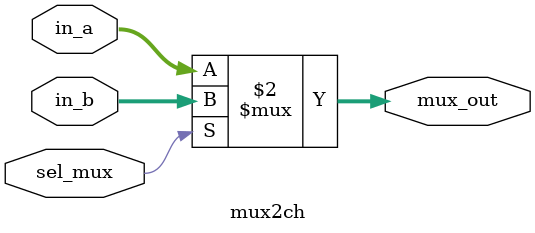
<source format=v>
module mux2ch (
	input [7:0] in_a, in_b,
	input sel_mux, 
	output [7:0] mux_out
);
	
assign mux_out = (sel_mux == 0) ? in_a : in_b;
	
endmodule
</source>
